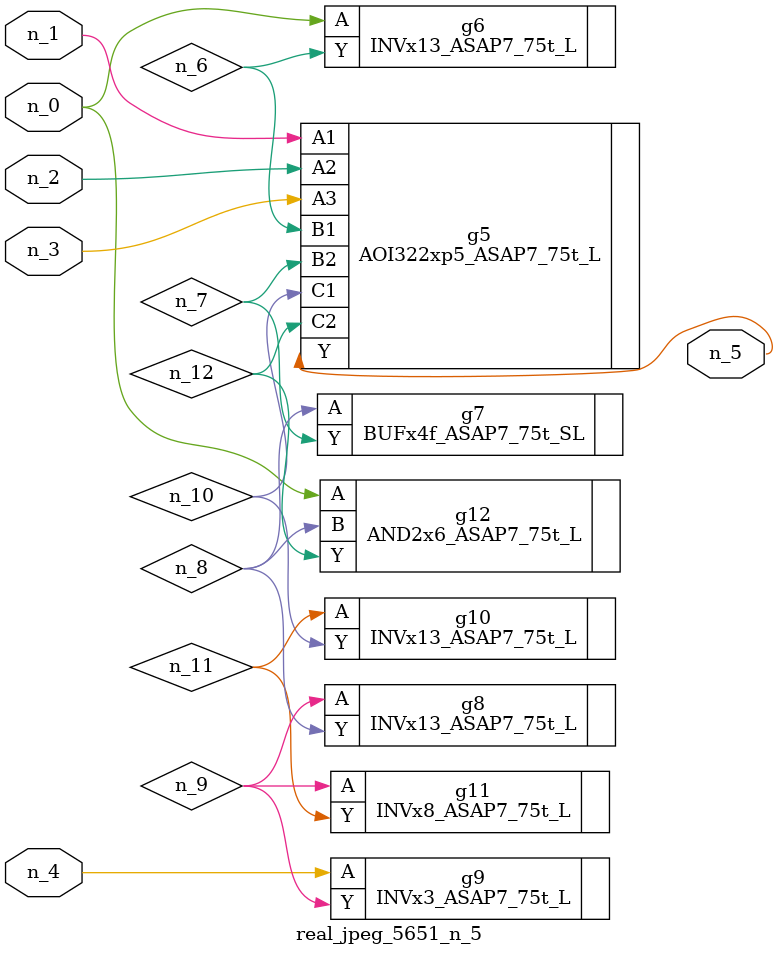
<source format=v>
module real_jpeg_5651_n_5 (n_4, n_0, n_1, n_2, n_3, n_5);

input n_4;
input n_0;
input n_1;
input n_2;
input n_3;

output n_5;

wire n_12;
wire n_8;
wire n_11;
wire n_6;
wire n_7;
wire n_10;
wire n_9;

INVx13_ASAP7_75t_L g6 ( 
.A(n_0),
.Y(n_6)
);

AND2x6_ASAP7_75t_L g12 ( 
.A(n_0),
.B(n_8),
.Y(n_12)
);

AOI322xp5_ASAP7_75t_L g5 ( 
.A1(n_1),
.A2(n_2),
.A3(n_3),
.B1(n_6),
.B2(n_7),
.C1(n_10),
.C2(n_12),
.Y(n_5)
);

INVx3_ASAP7_75t_L g9 ( 
.A(n_4),
.Y(n_9)
);

BUFx4f_ASAP7_75t_SL g7 ( 
.A(n_8),
.Y(n_7)
);

INVx13_ASAP7_75t_L g8 ( 
.A(n_9),
.Y(n_8)
);

INVx8_ASAP7_75t_L g11 ( 
.A(n_9),
.Y(n_11)
);

INVx13_ASAP7_75t_L g10 ( 
.A(n_11),
.Y(n_10)
);


endmodule
</source>
